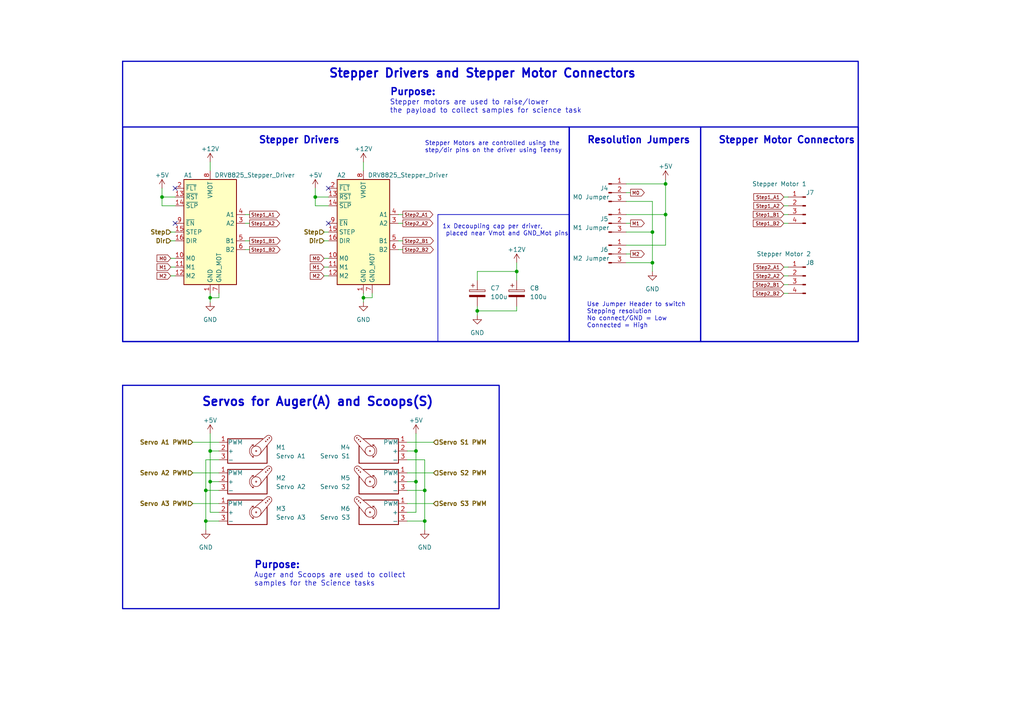
<source format=kicad_sch>
(kicad_sch (version 20230121) (generator eeschema)
  (paper "A4")
  (title_block (date "2023-11-28") (rev "2") (company "Matthew Szalawiga"))
  (lib_symbols
    (symbol "Connector:Conn_01x03_Pin" (pin_names (offset 1.016) hide)
      (property "Reference" "J" (at 0 5.08 0))
      (property "Value" "Conn_01x03_Pin" (at 0 -5.08 0))
      (symbol "Conn_01x03_Pin_1_1"
        (polyline (pts (xy 1.27 -2.54) (xy 0.8636 -2.54)) (stroke (width 0.1524)))
        (polyline (pts (xy 1.27 0) (xy 0.8636 0)) (stroke (width 0.1524)))
        (polyline (pts (xy 1.27 2.54) (xy 0.8636 2.54)) (stroke (width 0.1524)))
        (rectangle (start 0.8636 -2.413) (end 0 -2.667) (stroke (width 0.1524)) (fill (type outline)))
        (rectangle (start 0.8636 0.127) (end 0 -0.127) (stroke (width 0.1524)) (fill (type outline)))
        (rectangle (start 0.8636 2.667) (end 0 2.413) (stroke (width 0.1524)) (fill (type outline)))
        (pin passive line (at 5.08 2.54 180) (length 3.81) (name "Pin_1") (number "1"))
        (pin passive line (at 5.08 0 180) (length 3.81) (name "Pin_2") (number "2"))
        (pin passive line (at 5.08 -2.54 180) (length 3.81) (name "Pin_3") (number "3"))
      )
    )
    (symbol "Connector:Conn_01x04_Pin" (pin_names (offset 1.016) hide)
      (property "Reference" "J" (at 0 5.08 0))
      (property "Value" "Conn_01x04_Pin" (at 0 -7.62 0))
      (symbol "Conn_01x04_Pin_1_1"
        (polyline (pts (xy 1.27 -5.08) (xy 0.8636 -5.08)) (stroke (width 0.1524)))
        (polyline (pts (xy 1.27 -2.54) (xy 0.8636 -2.54)) (stroke (width 0.1524)))
        (polyline (pts (xy 1.27 0) (xy 0.8636 0)) (stroke (width 0.1524)))
        (polyline (pts (xy 1.27 2.54) (xy 0.8636 2.54)) (stroke (width 0.1524)))
        (rectangle (start 0.8636 -4.953) (end 0 -5.207) (stroke (width 0.1524)) (fill (type outline)))
        (rectangle (start 0.8636 -2.413) (end 0 -2.667) (stroke (width 0.1524)) (fill (type outline)))
        (rectangle (start 0.8636 0.127) (end 0 -0.127) (stroke (width 0.1524)) (fill (type outline)))
        (rectangle (start 0.8636 2.667) (end 0 2.413) (stroke (width 0.1524)) (fill (type outline)))
        (pin passive line (at 5.08 2.54 180) (length 3.81) (name "Pin_1") (number "1"))
        (pin passive line (at 5.08 0 180) (length 3.81) (name "Pin_2") (number "2"))
        (pin passive line (at 5.08 -2.54 180) (length 3.81) (name "Pin_3") (number "3"))
        (pin passive line (at 5.08 -5.08 180) (length 3.81) (name "Pin_4") (number "4"))
      )
    )
    (symbol "Device:C_Polarized" (pin_numbers hide) (pin_names (offset 0.254))
      (property "Reference" "C" (at 0.635 2.54 0))
      (property "Value" "C_Polarized" (at 0.635 -2.54 0))
      (symbol "C_Polarized_0_1"
        (rectangle (start -2.286 0.508) (end 2.286 1.016))
        (polyline (pts (xy -1.778 2.286) (xy -0.762 2.286)))
        (polyline (pts (xy -1.27 2.794) (xy -1.27 1.778)))
        (rectangle (start 2.286 -0.508) (end -2.286 -1.016) (fill (type outline)))
      )
      (symbol "C_Polarized_1_1"
        (pin passive line (at 0 3.81 270) (length 2.794) (name "~") (number "1"))
        (pin passive line (at 0 -3.81 90) (length 2.794) (name "~") (number "2"))
      )
    )
    (symbol "Driver_Motor:Pololu_Breakout_DRV8825"
      (property "Reference" "A2" (at 1.9559 16.51 0))
      (property "Value" "DRV8825_Stepper_Driver" (at 1.9559 13.97 0))
      (symbol "Pololu_Breakout_DRV8825_0_1"
        (rectangle (start 7.62 -17.78) (end -7.62 12.7) (stroke (width 0.254)) (fill (type background)))
      )
      (symbol "Pololu_Breakout_DRV8825_1_1"
        (pin power_in line (at 0 -20.32 90) (length 2.54) (name "GND") (number "1"))
        (pin input line (at -10.16 -10.16 0) (length 2.54) (name "M0") (number "10"))
        (pin input line (at -10.16 -12.7 0) (length 2.54) (name "M1") (number "11"))
        (pin input line (at -10.16 -15.24 0) (length 2.54) (name "M2") (number "12"))
        (pin input line (at -10.16 7.62 0) (length 2.54) (name "~{RST}") (number "13"))
        (pin input line (at -10.16 5.08 0) (length 2.54) (name "~{SLP}") (number "14"))
        (pin input line (at -10.16 -2.54 0) (length 2.54) (name "STEP") (number "15"))
        (pin input line (at -10.16 -5.08 0) (length 2.54) (name "DIR") (number "16"))
        (pin output line (at -10.16 10.16 0) (length 2.54) (name "~{FLT}") (number "2"))
        (pin output line (at 10.16 0 180) (length 2.54) (name "A2") (number "3"))
        (pin output line (at 10.16 2.54 180) (length 2.54) (name "A1") (number "4"))
        (pin output line (at 10.16 -5.08 180) (length 2.54) (name "B1") (number "5"))
        (pin output line (at 10.16 -7.62 180) (length 2.54) (name "B2") (number "6"))
        (pin power_in line (at 2.54 -20.32 90) (length 2.54) (name "GND_MOT") (number "7"))
        (pin power_in line (at 0 15.24 270) (length 2.54) (name "VMOT") (number "8"))
        (pin input line (at -10.16 0 0) (length 2.54) (name "~{EN}") (number "9"))
      )
    )
    (symbol "Motor:Motor_Servo" (pin_names (offset 0.0254))
      (property "Reference" "M" (at -5.08 4.445 0))
      (property "Value" "Motor_Servo" (at -5.08 -4.064 0))
      (symbol "Motor_Servo_0_1"
        (polyline (pts (xy 2.413 -1.778) (xy 2.032 -1.778)))
        (polyline (pts (xy 2.413 -1.778) (xy 2.286 -1.397)))
        (polyline (pts (xy 2.413 1.778) (xy 1.905 1.778)))
        (polyline (pts (xy 2.413 1.778) (xy 2.286 1.397)))
        (polyline (pts (xy 6.35 4.445) (xy 2.54 1.27)))
        (polyline (pts (xy 7.62 3.175) (xy 4.191 -1.016)))
        (polyline (pts (xy 5.08 3.556) (xy -5.08 3.556) (xy -5.08 -3.556) (xy 6.35 -3.556) (xy 6.35 1.524)) (stroke (width 0.254)))
        (arc (start 2.413 1.778) (mid 1.2406 0) (end 2.413 -1.778))
        (circle (center 3.175 0) (radius 0.1778))
        (circle (center 3.175 0) (radius 1.4224))
        (circle (center 5.969 2.794) (radius 0.127))
        (circle (center 6.477 3.302) (radius 0.127))
        (circle (center 6.985 3.81) (radius 0.127))
        (arc (start 7.62 3.175) (mid 7.4485 4.2735) (end 6.35 4.445))
      )
      (symbol "Motor_Servo_1_1"
        (pin passive line (at -7.62 2.54 0) (length 2.54) (name "PWM") (number "1"))
        (pin passive line (at -7.62 0 0) (length 2.54) (name "+") (number "2"))
        (pin passive line (at -7.62 -2.54 0) (length 2.54) (name "-") (number "3"))
      )
    )
    (symbol "Pololu_Breakout_DRV8825_1"
      (property "Reference" "A1" (at -1.9559 16.51 0))
      (property "Value" "DRV8825_Stepper_Driver" (at -1.9559 13.97 0))
      (symbol "Pololu_Breakout_DRV8825_1_0_1"
        (rectangle (start 7.62 -17.78) (end -7.62 12.7) (stroke (width 0.254)) (fill (type background)))
      )
      (symbol "Pololu_Breakout_DRV8825_1_1_1"
        (pin power_in line (at 0 -20.32 90) (length 2.54) (name "GND") (number "1"))
        (pin input line (at -10.16 -10.16 0) (length 2.54) (name "M0") (number "10"))
        (pin input line (at -10.16 -12.7 0) (length 2.54) (name "M1") (number "11"))
        (pin input line (at -10.16 -15.24 0) (length 2.54) (name "M2") (number "12"))
        (pin input line (at -10.16 7.62 0) (length 2.54) (name "~{RST}") (number "13"))
        (pin input line (at -10.16 5.08 0) (length 2.54) (name "~{SLP}") (number "14"))
        (pin input line (at -10.16 -2.54 0) (length 2.54) (name "STEP") (number "15"))
        (pin input line (at -10.16 -5.08 0) (length 2.54) (name "DIR") (number "16"))
        (pin output line (at -10.16 10.16 0) (length 2.54) (name "~{FLT}") (number "2"))
        (pin output line (at 10.16 0 180) (length 2.54) (name "A2") (number "3"))
        (pin output line (at 10.16 2.54 180) (length 2.54) (name "A1") (number "4"))
        (pin output line (at 10.16 -5.08 180) (length 2.54) (name "B1") (number "5"))
        (pin output line (at 10.16 -7.62 180) (length 2.54) (name "B2") (number "6"))
        (pin power_in line (at 2.54 -20.32 90) (length 2.54) (name "GND_MOT") (number "7"))
        (pin power_in line (at 0 15.24 270) (length 2.54) (name "VMOT") (number "8"))
        (pin input line (at -10.16 0 0) (length 2.54) (name "~{EN}") (number "9"))
      )
    )
    (symbol "power:+12V" (power) (pin_names (offset 0))
      (property "Value" "+12V" (at 0 3.556 0))
      (symbol "+12V_0_1"
        (polyline (pts (xy -0.762 1.27) (xy 0 2.54)))
        (polyline (pts (xy 0 0) (xy 0 2.54)))
        (polyline (pts (xy 0 2.54) (xy 0.762 1.27)))
      )
      (symbol "+12V_1_1"
        (pin power_in line (at 0 0 90) (length 0) hide (name "+12V") (number "1"))
      )
    )
    (symbol "power:+5V" (power) (pin_names (offset 0))
      (property "Value" "+5V" (at 0 3.556 0))
      (symbol "+5V_0_1"
        (polyline (pts (xy -0.762 1.27) (xy 0 2.54)))
        (polyline (pts (xy 0 0) (xy 0 2.54)))
        (polyline (pts (xy 0 2.54) (xy 0.762 1.27)))
      )
      (symbol "+5V_1_1"
        (pin power_in line (at 0 0 90) (length 0) hide (name "+5V") (number "1"))
      )
    )
    (symbol "power:GND" (power) (pin_names (offset 0))
      (property "Value" "GND" (at 0 -3.81 0))
      (symbol "GND_0_1"
        (polyline (pts (xy 0 0) (xy 0 -1.27) (xy 1.27 -1.27) (xy 0 -2.54) (xy -1.27 -1.27) (xy 0 -1.27)))
      )
      (symbol "GND_1_1"
        (pin power_in line (at 0 0 270) (length 0) hide (name "GND") (number "1"))
      )
    )
  )
  (junction (at 120.65 139.7))
  (junction (at 138.43 90.17))
  (junction (at 123.19 151.13))
  (junction (at 46.99 57.15))
  (junction (at 91.44 57.15))
  (junction (at 60.96 130.81))
  (junction (at 120.65 130.81))
  (junction (at 60.96 139.7))
  (junction (at 193.04 62.23))
  (junction (at 189.23 67.31))
  (junction (at 59.69 142.24))
  (junction (at 123.19 142.24))
  (junction (at 189.23 76.2))
  (junction (at 60.96 86.36))
  (junction (at 105.41 86.36))
  (junction (at 193.04 53.34))
  (junction (at 149.86 78.74))
  (junction (at 59.69 151.13))
  (no_connect (at 50.8 64.77))
  (no_connect (at 95.25 54.61))
  (no_connect (at 95.25 64.77))
  (no_connect (at 50.8 54.61))
  (wire (pts (xy 118.11 142.24) (xy 123.19 142.24)))
  (wire (pts (xy 138.43 78.74) (xy 149.86 78.74)))
  (wire (pts (xy 107.95 86.36) (xy 105.41 86.36)))
  (wire (pts (xy 55.88 137.16) (xy 63.5 137.16)))
  (wire (pts (xy 118.11 133.35) (xy 123.19 133.35)))
  (wire (pts (xy 116.84 72.39) (xy 115.57 72.39)))
  (wire (pts (xy 189.23 67.31) (xy 189.23 76.2)))
  (wire (pts (xy 227.33 64.77) (xy 228.6 64.77)))
  (wire (pts (xy 181.61 53.34) (xy 193.04 53.34)))
  (wire (pts (xy 63.5 86.36) (xy 60.96 86.36)))
  (wire (pts (xy 227.33 85.09) (xy 228.6 85.09)))
  (wire (pts (xy 138.43 88.9) (xy 138.43 90.17)))
  (wire (pts (xy 91.44 57.15) (xy 91.44 54.61)))
  (wire (pts (xy 149.86 88.9) (xy 149.86 90.17)))
  (wire (pts (xy 182.88 55.88) (xy 181.61 55.88)))
  (wire (pts (xy 123.19 133.35) (xy 123.19 142.24)))
  (wire (pts (xy 118.11 139.7) (xy 120.65 139.7)))
  (wire (pts (xy 116.84 62.23) (xy 115.57 62.23)))
  (wire (pts (xy 95.25 57.15) (xy 91.44 57.15)))
  (wire (pts (xy 182.88 64.77) (xy 181.61 64.77)))
  (wire (pts (xy 120.65 148.59) (xy 120.65 139.7)))
  (wire (pts (xy 55.88 128.27) (xy 63.5 128.27)))
  (wire (pts (xy 181.61 58.42) (xy 189.23 58.42)))
  (wire (pts (xy 118.11 148.59) (xy 120.65 148.59)))
  (wire (pts (xy 60.96 130.81) (xy 60.96 139.7)))
  (wire (pts (xy 63.5 148.59) (xy 60.96 148.59)))
  (wire (pts (xy 93.98 69.85) (xy 95.25 69.85)))
  (wire (pts (xy 105.41 46.99) (xy 105.41 49.53)))
  (wire (pts (xy 149.86 78.74) (xy 149.86 81.28)))
  (wire (pts (xy 46.99 59.69) (xy 46.99 57.15)))
  (wire (pts (xy 60.96 125.73) (xy 60.96 130.81)))
  (wire (pts (xy 125.73 146.05) (xy 118.11 146.05)))
  (wire (pts (xy 60.96 86.36) (xy 60.96 87.63)))
  (wire (pts (xy 59.69 151.13) (xy 59.69 153.67)))
  (wire (pts (xy 63.5 151.13) (xy 59.69 151.13)))
  (wire (pts (xy 189.23 58.42) (xy 189.23 67.31)))
  (wire (pts (xy 227.33 59.69) (xy 228.6 59.69)))
  (wire (pts (xy 105.41 85.09) (xy 105.41 86.36)))
  (wire (pts (xy 118.11 151.13) (xy 123.19 151.13)))
  (wire (pts (xy 59.69 142.24) (xy 59.69 151.13)))
  (wire (pts (xy 91.44 59.69) (xy 91.44 57.15)))
  (wire (pts (xy 63.5 85.09) (xy 63.5 86.36)))
  (wire (pts (xy 60.96 85.09) (xy 60.96 86.36)))
  (wire (pts (xy 138.43 81.28) (xy 138.43 78.74)))
  (wire (pts (xy 181.61 62.23) (xy 193.04 62.23)))
  (wire (pts (xy 193.04 53.34) (xy 193.04 52.07)))
  (wire (pts (xy 125.73 128.27) (xy 118.11 128.27)))
  (wire (pts (xy 93.98 67.31) (xy 95.25 67.31)))
  (wire (pts (xy 63.5 142.24) (xy 59.69 142.24)))
  (wire (pts (xy 181.61 67.31) (xy 189.23 67.31)))
  (wire (pts (xy 49.53 77.47) (xy 50.8 77.47)))
  (wire (pts (xy 63.5 130.81) (xy 60.96 130.81)))
  (wire (pts (xy 116.84 69.85) (xy 115.57 69.85)))
  (wire (pts (xy 227.33 57.15) (xy 228.6 57.15)))
  (wire (pts (xy 105.41 86.36) (xy 105.41 87.63)))
  (wire (pts (xy 63.5 139.7) (xy 60.96 139.7)))
  (wire (pts (xy 93.98 74.93) (xy 95.25 74.93)))
  (wire (pts (xy 125.73 137.16) (xy 118.11 137.16)))
  (wire (pts (xy 149.86 76.2) (xy 149.86 78.74)))
  (wire (pts (xy 72.39 69.85) (xy 71.12 69.85)))
  (wire (pts (xy 60.96 139.7) (xy 60.96 148.59)))
  (wire (pts (xy 49.53 80.01) (xy 50.8 80.01)))
  (wire (pts (xy 46.99 57.15) (xy 46.99 54.61)))
  (wire (pts (xy 138.43 90.17) (xy 138.43 91.44)))
  (wire (pts (xy 189.23 76.2) (xy 189.23 78.74)))
  (wire (pts (xy 107.95 85.09) (xy 107.95 86.36)))
  (wire (pts (xy 93.98 77.47) (xy 95.25 77.47)))
  (wire (pts (xy 72.39 64.77) (xy 71.12 64.77)))
  (wire (pts (xy 49.53 67.31) (xy 50.8 67.31)))
  (wire (pts (xy 193.04 71.12) (xy 193.04 62.23)))
  (wire (pts (xy 118.11 130.81) (xy 120.65 130.81)))
  (wire (pts (xy 50.8 59.69) (xy 46.99 59.69)))
  (wire (pts (xy 123.19 151.13) (xy 123.19 153.67)))
  (wire (pts (xy 95.25 59.69) (xy 91.44 59.69)))
  (wire (pts (xy 50.8 57.15) (xy 46.99 57.15)))
  (wire (pts (xy 63.5 133.35) (xy 59.69 133.35)))
  (wire (pts (xy 149.86 90.17) (xy 138.43 90.17)))
  (wire (pts (xy 227.33 62.23) (xy 228.6 62.23)))
  (wire (pts (xy 55.88 146.05) (xy 63.5 146.05)))
  (wire (pts (xy 227.33 80.01) (xy 228.6 80.01)))
  (wire (pts (xy 49.53 69.85) (xy 50.8 69.85)))
  (wire (pts (xy 120.65 125.73) (xy 120.65 130.81)))
  (wire (pts (xy 181.61 76.2) (xy 189.23 76.2)))
  (wire (pts (xy 227.33 77.47) (xy 228.6 77.47)))
  (wire (pts (xy 49.53 74.93) (xy 50.8 74.93)))
  (wire (pts (xy 93.98 80.01) (xy 95.25 80.01)))
  (wire (pts (xy 60.96 46.99) (xy 60.96 49.53)))
  (wire (pts (xy 59.69 133.35) (xy 59.69 142.24)))
  (wire (pts (xy 72.39 72.39) (xy 71.12 72.39)))
  (wire (pts (xy 123.19 142.24) (xy 123.19 151.13)))
  (wire (pts (xy 182.88 73.66) (xy 181.61 73.66)))
  (wire (pts (xy 181.61 71.12) (xy 193.04 71.12)))
  (wire (pts (xy 72.39 62.23) (xy 71.12 62.23)))
  (wire (pts (xy 120.65 130.81) (xy 120.65 139.7)))
  (wire (pts (xy 193.04 62.23) (xy 193.04 53.34)))
  (wire (pts (xy 116.84 64.77) (xy 115.57 64.77)))
  (wire (pts (xy 227.33 82.55) (xy 228.6 82.55)))
  (rectangle (start 165.1 36.83) (end 203.2 99.06) (stroke (width 0.35)))
  (rectangle (start 35.56 36.83) (end 165.1 99.06) (stroke (width 0.35)))
  (rectangle (start 127 62.23) (end 165.1 99.06) (stroke (width 0.2)))
  (rectangle (start 35.56 111.76) (end 144.78 176.53) (stroke (width 0.35)))
  (rectangle (start 203.2 36.83) (end 248.92 99.06) (stroke (width 0.35)))
  (rectangle (start 35.56 17.78) (end 248.92 99.06) (stroke (width 0.35)))
  (text "Stepper motors are used to raise/lower\nthe payload to collect samples for science task" (at 113.03 33.02 0) (effects (font (size 1.5 1.5)) (justify left bottom)))
  (text "Auger and Scoops are used to collect\nsamples for the Science tasks" (at 73.66 170.18 0) (effects (font (size 1.5 1.5)) (justify left bottom)))
  (text "Use Jumper Header to switch \nStepping resolution\nNo connect/GND = Low\nConnected = High\n" (at 170.18 95.25 0) (effects (font (size 1.27 1.27)) (justify left bottom)))
  (text "1x Decoupling cap per driver,\n placed near Vmot and GND_Mot pins" (at 128.27 68.58 0) (effects (font (size 1.27 1.27)) (justify left bottom)))
  (text "Purpose:" (at 73.66 165.1 0) (effects (font (size 2 2) (thickness 0.4) bold) (justify left bottom)))
  (text "Servos for Auger(A) and Scoops(S)\n" (at 58.42 118.11 0) (effects (font (size 2.5 2.5) (thickness 0.5) bold) (justify left bottom)))
  (text "Resolution Jumpers" (at 170.18 41.91 0) (effects (font (size 2 2) (thickness 0.4) bold) (justify left bottom)))
  (text "Stepper Motor Connectors\n" (at 208.28 41.91 0) (effects (font (size 2 2) (thickness 0.4) bold) (justify left bottom)))
  (text "Stepper Motors are controlled using the \nstep/dir pins on the driver using Teensy" (at 123.19 44.45 0) (effects (font (size 1.27 1.27)) (justify left bottom)))
  (text "Stepper Drivers and Stepper Motor Connectors" (at 95.25 22.86 0) (effects (font (size 2.5 2.5) bold) (justify left bottom)))
  (text "Stepper Drivers" (at 74.93 41.91 0) (effects (font (size 2 2) (thickness 0.4) bold) (justify left bottom)))
  (text "Purpose:" (at 113.03 27.94 0) (effects (font (size 2 2) (thickness 0.4) bold) (justify left bottom)))
  (global_label "Step2_A2" (shape output) (at 116.84 64.77 0) (effects (font (size 1 1))) (property "Intersheetrefs" "${INTERSHEET_REFS}" (effects hide)))
  (global_label "M0" (shape input) (at 93.98 74.93 180) (effects (font (size 1 1))) (property "Intersheetrefs" "${INTERSHEET_REFS}" (effects hide)))
  (global_label "Step2_B2" (shape output) (at 116.84 72.39 0) (effects (font (size 1 1))) (property "Intersheetrefs" "${INTERSHEET_REFS}" (effects hide)))
  (global_label "Step1_A2" (shape output) (at 72.39 64.77 0) (effects (font (size 1 1))) (property "Intersheetrefs" "${INTERSHEET_REFS}" (effects hide)))
  (global_label "M1" (shape input) (at 49.53 77.47 180) (effects (font (size 1 1))) (property "Intersheetrefs" "${INTERSHEET_REFS}" (effects hide)))
  (global_label "M2" (shape input) (at 49.53 80.01 180) (effects (font (size 1 1))) (property "Intersheetrefs" "${INTERSHEET_REFS}" (effects hide)))
  (global_label "Step2_A1" (shape input) (at 227.33 77.47 180) (effects (font (size 1 1))) (property "Intersheetrefs" "${INTERSHEET_REFS}" (effects hide)))
  (global_label "M0" (shape input) (at 49.53 74.93 180) (effects (font (size 1 1))) (property "Intersheetrefs" "${INTERSHEET_REFS}" (effects hide)))
  (global_label "Step2_A1" (shape output) (at 116.84 62.23 0) (effects (font (size 1 1))) (property "Intersheetrefs" "${INTERSHEET_REFS}" (effects hide)))
  (global_label "M2" (shape output) (at 182.88 73.66 0) (effects (font (size 1 1))) (property "Intersheetrefs" "${INTERSHEET_REFS}" (effects hide)))
  (global_label "Step1_A1" (shape input) (at 227.33 57.15 180) (effects (font (size 1 1))) (property "Intersheetrefs" "${INTERSHEET_REFS}" (effects hide)))
  (global_label "Step1_B2" (shape output) (at 72.39 72.39 0) (effects (font (size 1 1))) (property "Intersheetrefs" "${INTERSHEET_REFS}" (effects hide)))
  (global_label "Step1_B1" (shape input) (at 227.33 62.23 180) (effects (font (size 1 1))) (property "Intersheetrefs" "${INTERSHEET_REFS}" (effects hide)))
  (global_label "Step1_B2" (shape input) (at 227.33 64.77 180) (effects (font (size 1 1))) (property "Intersheetrefs" "${INTERSHEET_REFS}" (effects hide)))
  (global_label "M1" (shape output) (at 182.88 64.77 0) (effects (font (size 1 1))) (property "Intersheetrefs" "${INTERSHEET_REFS}" (effects hide)))
  (global_label "Step2_B2" (shape input) (at 227.33 85.09 180) (effects (font (size 1 1))) (property "Intersheetrefs" "${INTERSHEET_REFS}" (effects hide)))
  (global_label "Step1_A2" (shape input) (at 227.33 59.69 180) (effects (font (size 1 1))) (property "Intersheetrefs" "${INTERSHEET_REFS}" (effects hide)))
  (global_label "M0" (shape output) (at 182.88 55.88 0) (effects (font (size 1 1))) (property "Intersheetrefs" "${INTERSHEET_REFS}" (effects hide)))
  (global_label "M2" (shape input) (at 93.98 80.01 180) (effects (font (size 1 1))) (property "Intersheetrefs" "${INTERSHEET_REFS}" (effects hide)))
  (global_label "Step1_B1" (shape output) (at 72.39 69.85 0) (effects (font (size 1 1))) (property "Intersheetrefs" "${INTERSHEET_REFS}" (effects hide)))
  (global_label "Step2_B1" (shape input) (at 227.33 82.55 180) (effects (font (size 1 1))) (property "Intersheetrefs" "${INTERSHEET_REFS}" (effects hide)))
  (global_label "Step2_A2" (shape input) (at 227.33 80.01 180) (effects (font (size 1 1))) (property "Intersheetrefs" "${INTERSHEET_REFS}" (effects hide)))
  (global_label "Step1_A1" (shape output) (at 72.39 62.23 0) (effects (font (size 1 1))) (property "Intersheetrefs" "${INTERSHEET_REFS}" (effects hide)))
  (global_label "M1" (shape input) (at 93.98 77.47 180) (effects (font (size 1 1))) (property "Intersheetrefs" "${INTERSHEET_REFS}" (effects hide)))
  (global_label "Step2_B1" (shape output) (at 116.84 69.85 0) (effects (font (size 1 1))) (property "Intersheetrefs" "${INTERSHEET_REFS}" (effects hide)))
  (hierarchical_label "Servo S3 PWM" (shape input) (at 125.73 146.05 0) (effects (font bold)))
  (hierarchical_label "Servo A1 PWM" (shape input) (at 55.88 128.27 180) (effects (font bold)))
  (hierarchical_label "Servo S1 PWM" (shape input) (at 125.73 128.27 0) (effects (font bold)))
  (hierarchical_label "Servo S2 PWM" (shape input) (at 125.73 137.16 0) (effects (font bold)))
  (hierarchical_label "Step" (shape input) (at 93.98 67.31 180) (effects (font bold)))
  (hierarchical_label "Dir" (shape input) (at 49.53 69.85 180) (effects (font bold)))
  (hierarchical_label "Servo A3 PWM" (shape input) (at 55.88 146.05 180) (effects (font bold)))
  (hierarchical_label "Servo A2 PWM" (shape input) (at 55.88 137.16 180) (effects (font bold)))
  (hierarchical_label "Step" (shape input) (at 49.53 67.31 180) (effects (font bold)))
  (hierarchical_label "Dir" (shape input) (at 93.98 69.85 180) (effects (font bold)))
  (symbol (lib_id "power:+5V") (at 193.04 52.07 0) (unit 1)
    (property "Reference" "#PWR013" (effects hide))
    (property "Value" "+5V" (at 193.04 48.26 0))
    (instances (project "PayloadPcbRev2" (path "" (reference "#PWR013") (unit 1)) (path "" (reference "#PWR010") (unit 1))))
  )
  (symbol (lib_id "power:+5V") (at 60.96 125.73 0) (unit 1)
    (property "Reference" "#PWR010" (effects hide))
    (property "Value" "+5V" (at 60.96 121.92 0))
    (instances (project "PayloadPcbRev2" (path "" (reference "#PWR010") (unit 1)) (path "" (reference "#PWR024") (unit 1))))
  )
  (symbol (lib_id "power:GND") (at 189.23 78.74 0) (unit 1)
    (property "Reference" "#PWR012" (effects hide))
    (property "Value" "GND" (at 189.23 83.82 0))
    (instances (project "PayloadPcbRev2" (path "" (reference "#PWR012") (unit 1)) (path "" (reference "#PWR040") (unit 1))))
  )
  (symbol (lib_id "Connector:Conn_01x03_Pin") (at 176.53 64.77 0) (unit 1)
    (property "Reference" "J5" (at 175.26 63.5 0))
    (property "Value" "M1 Jumper" (at 171.45 66.04 0))
    (property "Footprint" "Connector_PinHeader_2.54mm:PinHeader_1x03_P2.54mm_Vertical" (effects hide))
  )
  (symbol (lib_id "power:GND") (at 60.96 87.63 0) (unit 1)
    (property "Reference" "#PWR012" (effects hide))
    (property "Value" "GND" (at 60.96 92.71 0))
    (instances (project "PayloadPcbRev2" (path "" (reference "#PWR012") (unit 1)) (path "" (reference "#PWR02") (unit 1))))
  )
  (symbol (lib_id "Connector:Conn_01x03_Pin") (at 176.53 55.88 0) (unit 1)
    (property "Reference" "J4" (at 175.26 54.61 0))
    (property "Value" "M0 Jumper" (at 171.45 57.15 0))
    (property "Footprint" "Connector_PinHeader_2.54mm:PinHeader_1x03_P2.54mm_Vertical" (effects hide))
  )
  (symbol (lib_id "Connector:Conn_01x04_Pin") (at 233.68 80.01 0) (mirror y) (unit 1)
    (property "Reference" "J8" (at 234.95 76.2 0))
    (property "Value" "Stepper Motor 2" (at 227.33 73.66 0))
    (property "Footprint" "Connector_JST:JST_XH_B4B-XH-AM_1x04_P2.50mm_Vertical" (effects hide))
  )
  (symbol (lib_id "power:+5V") (at 91.44 54.61 0) (unit 1)
    (property "Reference" "#PWR013" (effects hide))
    (property "Value" "+5V" (at 91.44 50.8 0))
    (instances (project "PayloadPcbRev2" (path "" (reference "#PWR013") (unit 1)) (path "" (reference "#PWR012") (unit 1))))
  )
  (symbol (lib_id "power:GND") (at 59.69 153.67 0) (unit 1)
    (property "Reference" "#PWR011" (effects hide))
    (property "Value" "GND" (at 59.69 158.75 0))
    (instances (project "PayloadPcbRev2" (path "" (reference "#PWR011") (unit 1)) (path "" (reference "#PWR021") (unit 1))))
  )
  (symbol (lib_id "Connector:Conn_01x04_Pin") (at 233.68 59.69 0) (mirror y) (unit 1)
    (property "Reference" "J7" (at 234.95 55.88 0))
    (property "Value" "Stepper Motor 1" (at 226.06 53.34 0))
    (property "Footprint" "Connector_JST:JST_XH_B4B-XH-AM_1x04_P2.50mm_Vertical" (effects hide))
  )
  (symbol (lib_id "power:GND") (at 105.41 87.63 0) (unit 1)
    (property "Reference" "#PWR012" (effects hide))
    (property "Value" "GND" (at 105.41 92.71 0))
    (instances (project "PayloadPcbRev2" (path "" (reference "#PWR012") (unit 1)) (path "" (reference "#PWR03") (unit 1))))
  )
  (symbol (lib_name "Pololu_Breakout_DRV8825_1") (lib_id "Driver_Motor:Pololu_Breakout_DRV8825") (at 60.96 64.77 0) (unit 1)
    (property "Reference" "A1" (at 53.34 50.8 0) (effects (justify left)))
    (property "Value" "DRV8825_Stepper_Driver" (at 62.23 50.8 0) (effects (justify left)))
    (property "Footprint" "Module:Pololu_Breakout-16_15.2x20.3mm" (effects hide))
    (property "Datasheet" "https://www.pololu.com/product/2982" (effects hide))
  )
  (symbol (lib_id "Driver_Motor:Pololu_Breakout_DRV8825") (at 105.41 64.77 0) (unit 1)
    (property "Reference" "A2" (at 97.79 50.8 0) (effects (justify left)))
    (property "Value" "DRV8825_Stepper_Driver" (at 106.68 50.8 0) (effects (justify left)))
    (property "Footprint" "Module:Pololu_Breakout-16_15.2x20.3mm" (effects hide))
    (property "Datasheet" "https://www.pololu.com/product/2982" (effects hide))
  )
  (symbol (lib_id "power:+5V") (at 46.99 54.61 0) (unit 1)
    (property "Reference" "#PWR013" (effects hide))
    (property "Value" "+5V" (at 46.99 50.8 0))
    (instances (project "PayloadPcbRev2" (path "" (reference "#PWR013") (unit 1)) (path "" (reference "#PWR011") (unit 1))))
  )
  (symbol (lib_id "Motor:Motor_Servo") (at 71.12 139.7 0) (unit 1)
    (property "Reference" "M2" (at 80.01 138.6316 0) (effects (justify left)))
    (property "Value" "Servo A2" (at 80.01 141.1716 0) (effects (justify left)))
    (property "Footprint" "Connector_Molex:Molex_Nano-Fit_105313-xx03_1x03_P2.50mm_Horizontal" (effects hide))
    (property "Datasheet" "http://forums.parallax.com/uploads/attachments/46831/74481.png" (effects hide))
  )
  (symbol (lib_id "Device:C_Polarized") (at 138.43 85.09 0) (unit 1)
    (property "Reference" "C7" (at 142.24 83.566 0) (effects (justify left)))
    (property "Value" "100u" (at 142.24 86.106 0) (effects (justify left)))
    (property "Footprint" "Capacitor_THT:CP_Radial_D6.3mm_P2.50mm" (effects hide))
  )
  (symbol (lib_id "power:+12V") (at 149.86 76.2 0) (unit 1)
    (property "Reference" "#PWR027" (effects hide))
    (property "Value" "+12V" (at 149.86 72.39 0))
  )
  (symbol (lib_id "power:+12V") (at 105.41 46.99 0) (unit 1)
    (property "Reference" "#PWR06" (effects hide))
    (property "Value" "+12V" (at 105.41 43.18 0))
  )
  (symbol (lib_id "Motor:Motor_Servo") (at 71.12 148.59 0) (unit 1)
    (property "Reference" "M3" (at 80.01 147.5216 0) (effects (justify left)))
    (property "Value" "Servo A3" (at 80.01 150.0616 0) (effects (justify left)))
    (property "Footprint" "Connector_Molex:Molex_Nano-Fit_105313-xx03_1x03_P2.50mm_Horizontal" (effects hide))
    (property "Datasheet" "http://forums.parallax.com/uploads/attachments/46831/74481.png" (effects hide))
  )
  (symbol (lib_id "Motor:Motor_Servo") (at 71.12 130.81 0) (unit 1)
    (property "Reference" "M1" (at 80.01 129.7416 0) (effects (justify left)))
    (property "Value" "Servo A1" (at 80.01 132.2816 0) (effects (justify left)))
    (property "Footprint" "Connector_Molex:Molex_Nano-Fit_105313-xx03_1x03_P2.50mm_Horizontal" (effects hide))
    (property "Datasheet" "http://forums.parallax.com/uploads/attachments/46831/74481.png" (effects hide))
  )
  (symbol (lib_id "power:+5V") (at 120.65 125.73 0) (unit 1)
    (property "Reference" "#PWR013" (effects hide))
    (property "Value" "+5V" (at 120.65 121.92 0))
    (instances (project "PayloadPcbRev2" (path "" (reference "#PWR013") (unit 1)) (path "" (reference "#PWR025") (unit 1))))
  )
  (symbol (lib_id "Device:C_Polarized") (at 149.86 85.09 0) (unit 1)
    (property "Reference" "C8" (at 153.67 83.566 0) (effects (justify left)))
    (property "Value" "100u" (at 153.67 86.106 0) (effects (justify left)))
    (property "Footprint" "Capacitor_THT:CP_Radial_D6.3mm_P2.50mm" (effects hide))
  )
  (symbol (lib_id "Connector:Conn_01x03_Pin") (at 176.53 73.66 0) (unit 1)
    (property "Reference" "J6" (at 175.26 72.39 0))
    (property "Value" "M2 Jumper" (at 171.45 74.93 0))
    (property "Footprint" "Connector_PinHeader_2.54mm:PinHeader_1x03_P2.54mm_Vertical" (effects hide))
  )
  (symbol (lib_id "Motor:Motor_Servo") (at 110.49 130.81 0) (mirror y) (unit 1)
    (property "Reference" "M4" (at 101.6 129.7416 0) (effects (justify left)))
    (property "Value" "Servo S1" (at 101.6 132.2816 0) (effects (justify left)))
    (property "Footprint" "Connector_Molex:Molex_Nano-Fit_105313-xx03_1x03_P2.50mm_Horizontal" (effects hide))
    (property "Datasheet" "http://forums.parallax.com/uploads/attachments/46831/74481.png" (effects hide))
  )
  (symbol (lib_id "power:GND") (at 138.43 91.44 0) (unit 1)
    (property "Reference" "#PWR012" (effects hide))
    (property "Value" "GND" (at 138.43 96.52 0))
    (instances (project "PayloadPcbRev2" (path "" (reference "#PWR012") (unit 1)) (path "" (reference "#PWR013") (unit 1))))
  )
  (symbol (lib_id "Motor:Motor_Servo") (at 110.49 139.7 0) (mirror y) (unit 1)
    (property "Reference" "M5" (at 101.6 138.6316 0) (effects (justify left)))
    (property "Value" "Servo S2" (at 101.6 141.1716 0) (effects (justify left)))
    (property "Footprint" "Connector_Molex:Molex_Nano-Fit_105313-xx03_1x03_P2.50mm_Horizontal" (effects hide))
    (property "Datasheet" "http://forums.parallax.com/uploads/attachments/46831/74481.png" (effects hide))
  )
  (symbol (lib_id "Motor:Motor_Servo") (at 110.49 148.59 0) (mirror y) (unit 1)
    (property "Reference" "M6" (at 101.6 147.5216 0) (effects (justify left)))
    (property "Value" "Servo S3" (at 101.6 150.0616 0) (effects (justify left)))
    (property "Footprint" "Connector_Molex:Molex_Nano-Fit_105313-xx03_1x03_P2.50mm_Horizontal" (effects hide))
    (property "Datasheet" "http://forums.parallax.com/uploads/attachments/46831/74481.png" (effects hide))
  )
  (symbol (lib_id "power:GND") (at 123.19 153.67 0) (unit 1)
    (property "Reference" "#PWR012" (effects hide))
    (property "Value" "GND" (at 123.19 158.75 0))
    (instances (project "PayloadPcbRev2" (path "" (reference "#PWR012") (unit 1)) (path "" (reference "#PWR026") (unit 1))))
  )
  (symbol (lib_id "power:+12V") (at 60.96 46.99 0) (unit 1)
    (property "Reference" "#PWR05" (effects hide))
    (property "Value" "+12V" (at 60.96 43.18 0))
  )
)
</source>
